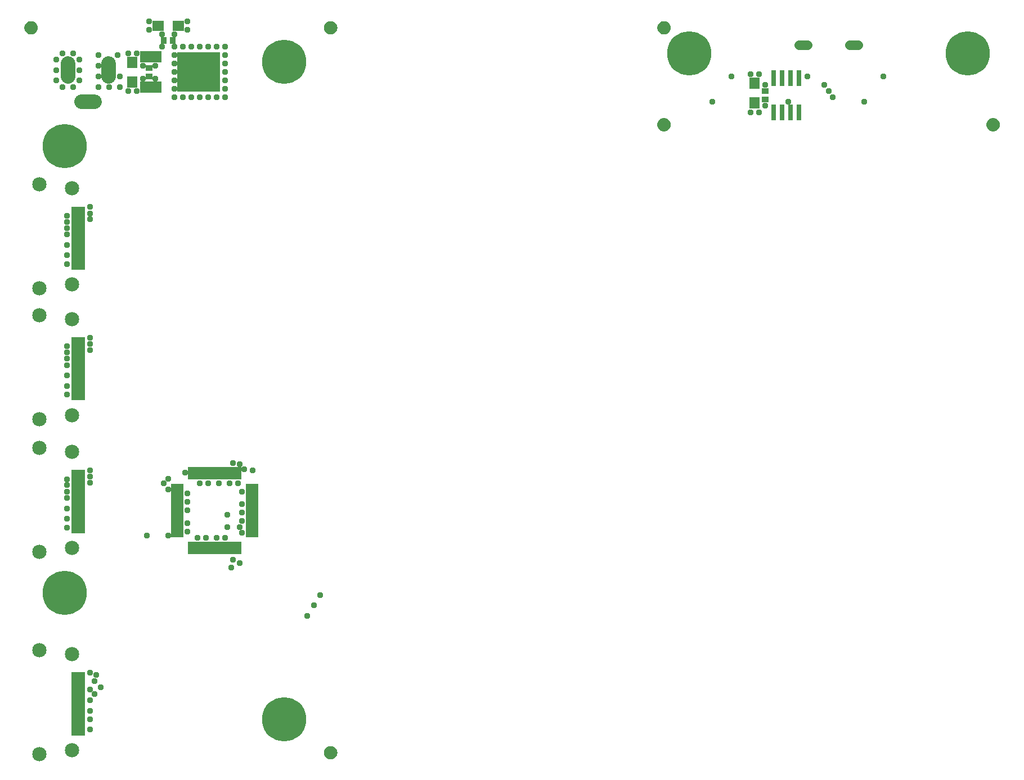
<source format=gbr>
G04 EAGLE Gerber RS-274X export*
G75*
%MOMM*%
%FSLAX34Y34*%
%LPD*%
%INSoldermask Top*%
%IPPOS*%
%AMOC8*
5,1,8,0,0,1.08239X$1,22.5*%
G01*
%ADD10R,0.903200X1.103200*%
%ADD11R,1.103200X0.903200*%
%ADD12R,1.603200X1.803200*%
%ADD13R,1.803200X1.603200*%
%ADD14C,2.203200*%
%ADD15C,1.203200*%
%ADD16C,0.500000*%
%ADD17R,2.103200X0.503200*%
%ADD18C,2.153200*%
%ADD19R,0.803200X2.403200*%
%ADD20R,6.403200X6.003200*%
%ADD21R,3.203200X1.803200*%
%ADD22C,1.422400*%
%ADD23C,6.654800*%
%ADD24R,1.855100X0.483200*%
%ADD25R,0.483200X1.855100*%
%ADD26C,0.959600*%


D10*
X238275Y1098550D03*
X225275Y1098550D03*
D11*
X203200Y1044425D03*
X203200Y1057425D03*
D12*
X1114425Y1004175D03*
X1114425Y1034175D03*
D11*
X1130300Y1009500D03*
X1130300Y1022500D03*
D13*
X246775Y1120775D03*
X216775Y1120775D03*
D12*
X177800Y1035925D03*
X177800Y1065925D03*
D14*
X142125Y1064100D02*
X142125Y1044100D01*
X81125Y1044100D02*
X81125Y1064100D01*
X101125Y1006100D02*
X121125Y1006100D01*
D15*
X977900Y1117600D03*
D16*
X977900Y1125100D02*
X977719Y1125098D01*
X977538Y1125091D01*
X977357Y1125080D01*
X977176Y1125065D01*
X976996Y1125045D01*
X976816Y1125021D01*
X976637Y1124993D01*
X976459Y1124960D01*
X976282Y1124923D01*
X976105Y1124882D01*
X975930Y1124837D01*
X975755Y1124787D01*
X975582Y1124733D01*
X975411Y1124675D01*
X975240Y1124613D01*
X975072Y1124546D01*
X974905Y1124476D01*
X974739Y1124402D01*
X974576Y1124323D01*
X974415Y1124241D01*
X974255Y1124155D01*
X974098Y1124065D01*
X973943Y1123971D01*
X973790Y1123874D01*
X973640Y1123772D01*
X973492Y1123668D01*
X973346Y1123559D01*
X973204Y1123448D01*
X973064Y1123332D01*
X972927Y1123214D01*
X972792Y1123092D01*
X972661Y1122967D01*
X972533Y1122839D01*
X972408Y1122708D01*
X972286Y1122573D01*
X972168Y1122436D01*
X972052Y1122296D01*
X971941Y1122154D01*
X971832Y1122008D01*
X971728Y1121860D01*
X971626Y1121710D01*
X971529Y1121557D01*
X971435Y1121402D01*
X971345Y1121245D01*
X971259Y1121085D01*
X971177Y1120924D01*
X971098Y1120761D01*
X971024Y1120595D01*
X970954Y1120428D01*
X970887Y1120260D01*
X970825Y1120089D01*
X970767Y1119918D01*
X970713Y1119745D01*
X970663Y1119570D01*
X970618Y1119395D01*
X970577Y1119218D01*
X970540Y1119041D01*
X970507Y1118863D01*
X970479Y1118684D01*
X970455Y1118504D01*
X970435Y1118324D01*
X970420Y1118143D01*
X970409Y1117962D01*
X970402Y1117781D01*
X970400Y1117600D01*
X977900Y1125100D02*
X978081Y1125098D01*
X978262Y1125091D01*
X978443Y1125080D01*
X978624Y1125065D01*
X978804Y1125045D01*
X978984Y1125021D01*
X979163Y1124993D01*
X979341Y1124960D01*
X979518Y1124923D01*
X979695Y1124882D01*
X979870Y1124837D01*
X980045Y1124787D01*
X980218Y1124733D01*
X980389Y1124675D01*
X980560Y1124613D01*
X980728Y1124546D01*
X980895Y1124476D01*
X981061Y1124402D01*
X981224Y1124323D01*
X981385Y1124241D01*
X981545Y1124155D01*
X981702Y1124065D01*
X981857Y1123971D01*
X982010Y1123874D01*
X982160Y1123772D01*
X982308Y1123668D01*
X982454Y1123559D01*
X982596Y1123448D01*
X982736Y1123332D01*
X982873Y1123214D01*
X983008Y1123092D01*
X983139Y1122967D01*
X983267Y1122839D01*
X983392Y1122708D01*
X983514Y1122573D01*
X983632Y1122436D01*
X983748Y1122296D01*
X983859Y1122154D01*
X983968Y1122008D01*
X984072Y1121860D01*
X984174Y1121710D01*
X984271Y1121557D01*
X984365Y1121402D01*
X984455Y1121245D01*
X984541Y1121085D01*
X984623Y1120924D01*
X984702Y1120761D01*
X984776Y1120595D01*
X984846Y1120428D01*
X984913Y1120260D01*
X984975Y1120089D01*
X985033Y1119918D01*
X985087Y1119745D01*
X985137Y1119570D01*
X985182Y1119395D01*
X985223Y1119218D01*
X985260Y1119041D01*
X985293Y1118863D01*
X985321Y1118684D01*
X985345Y1118504D01*
X985365Y1118324D01*
X985380Y1118143D01*
X985391Y1117962D01*
X985398Y1117781D01*
X985400Y1117600D01*
X985398Y1117419D01*
X985391Y1117238D01*
X985380Y1117057D01*
X985365Y1116876D01*
X985345Y1116696D01*
X985321Y1116516D01*
X985293Y1116337D01*
X985260Y1116159D01*
X985223Y1115982D01*
X985182Y1115805D01*
X985137Y1115630D01*
X985087Y1115455D01*
X985033Y1115282D01*
X984975Y1115111D01*
X984913Y1114940D01*
X984846Y1114772D01*
X984776Y1114605D01*
X984702Y1114439D01*
X984623Y1114276D01*
X984541Y1114115D01*
X984455Y1113955D01*
X984365Y1113798D01*
X984271Y1113643D01*
X984174Y1113490D01*
X984072Y1113340D01*
X983968Y1113192D01*
X983859Y1113046D01*
X983748Y1112904D01*
X983632Y1112764D01*
X983514Y1112627D01*
X983392Y1112492D01*
X983267Y1112361D01*
X983139Y1112233D01*
X983008Y1112108D01*
X982873Y1111986D01*
X982736Y1111868D01*
X982596Y1111752D01*
X982454Y1111641D01*
X982308Y1111532D01*
X982160Y1111428D01*
X982010Y1111326D01*
X981857Y1111229D01*
X981702Y1111135D01*
X981545Y1111045D01*
X981385Y1110959D01*
X981224Y1110877D01*
X981061Y1110798D01*
X980895Y1110724D01*
X980728Y1110654D01*
X980560Y1110587D01*
X980389Y1110525D01*
X980218Y1110467D01*
X980045Y1110413D01*
X979870Y1110363D01*
X979695Y1110318D01*
X979518Y1110277D01*
X979341Y1110240D01*
X979163Y1110207D01*
X978984Y1110179D01*
X978804Y1110155D01*
X978624Y1110135D01*
X978443Y1110120D01*
X978262Y1110109D01*
X978081Y1110102D01*
X977900Y1110100D01*
X977719Y1110102D01*
X977538Y1110109D01*
X977357Y1110120D01*
X977176Y1110135D01*
X976996Y1110155D01*
X976816Y1110179D01*
X976637Y1110207D01*
X976459Y1110240D01*
X976282Y1110277D01*
X976105Y1110318D01*
X975930Y1110363D01*
X975755Y1110413D01*
X975582Y1110467D01*
X975411Y1110525D01*
X975240Y1110587D01*
X975072Y1110654D01*
X974905Y1110724D01*
X974739Y1110798D01*
X974576Y1110877D01*
X974415Y1110959D01*
X974255Y1111045D01*
X974098Y1111135D01*
X973943Y1111229D01*
X973790Y1111326D01*
X973640Y1111428D01*
X973492Y1111532D01*
X973346Y1111641D01*
X973204Y1111752D01*
X973064Y1111868D01*
X972927Y1111986D01*
X972792Y1112108D01*
X972661Y1112233D01*
X972533Y1112361D01*
X972408Y1112492D01*
X972286Y1112627D01*
X972168Y1112764D01*
X972052Y1112904D01*
X971941Y1113046D01*
X971832Y1113192D01*
X971728Y1113340D01*
X971626Y1113490D01*
X971529Y1113643D01*
X971435Y1113798D01*
X971345Y1113955D01*
X971259Y1114115D01*
X971177Y1114276D01*
X971098Y1114439D01*
X971024Y1114605D01*
X970954Y1114772D01*
X970887Y1114940D01*
X970825Y1115111D01*
X970767Y1115282D01*
X970713Y1115455D01*
X970663Y1115630D01*
X970618Y1115805D01*
X970577Y1115982D01*
X970540Y1116159D01*
X970507Y1116337D01*
X970479Y1116516D01*
X970455Y1116696D01*
X970435Y1116876D01*
X970420Y1117057D01*
X970409Y1117238D01*
X970402Y1117419D01*
X970400Y1117600D01*
D15*
X1473200Y971550D03*
D16*
X1473200Y979050D02*
X1473019Y979048D01*
X1472838Y979041D01*
X1472657Y979030D01*
X1472476Y979015D01*
X1472296Y978995D01*
X1472116Y978971D01*
X1471937Y978943D01*
X1471759Y978910D01*
X1471582Y978873D01*
X1471405Y978832D01*
X1471230Y978787D01*
X1471055Y978737D01*
X1470882Y978683D01*
X1470711Y978625D01*
X1470540Y978563D01*
X1470372Y978496D01*
X1470205Y978426D01*
X1470039Y978352D01*
X1469876Y978273D01*
X1469715Y978191D01*
X1469555Y978105D01*
X1469398Y978015D01*
X1469243Y977921D01*
X1469090Y977824D01*
X1468940Y977722D01*
X1468792Y977618D01*
X1468646Y977509D01*
X1468504Y977398D01*
X1468364Y977282D01*
X1468227Y977164D01*
X1468092Y977042D01*
X1467961Y976917D01*
X1467833Y976789D01*
X1467708Y976658D01*
X1467586Y976523D01*
X1467468Y976386D01*
X1467352Y976246D01*
X1467241Y976104D01*
X1467132Y975958D01*
X1467028Y975810D01*
X1466926Y975660D01*
X1466829Y975507D01*
X1466735Y975352D01*
X1466645Y975195D01*
X1466559Y975035D01*
X1466477Y974874D01*
X1466398Y974711D01*
X1466324Y974545D01*
X1466254Y974378D01*
X1466187Y974210D01*
X1466125Y974039D01*
X1466067Y973868D01*
X1466013Y973695D01*
X1465963Y973520D01*
X1465918Y973345D01*
X1465877Y973168D01*
X1465840Y972991D01*
X1465807Y972813D01*
X1465779Y972634D01*
X1465755Y972454D01*
X1465735Y972274D01*
X1465720Y972093D01*
X1465709Y971912D01*
X1465702Y971731D01*
X1465700Y971550D01*
X1473200Y979050D02*
X1473381Y979048D01*
X1473562Y979041D01*
X1473743Y979030D01*
X1473924Y979015D01*
X1474104Y978995D01*
X1474284Y978971D01*
X1474463Y978943D01*
X1474641Y978910D01*
X1474818Y978873D01*
X1474995Y978832D01*
X1475170Y978787D01*
X1475345Y978737D01*
X1475518Y978683D01*
X1475689Y978625D01*
X1475860Y978563D01*
X1476028Y978496D01*
X1476195Y978426D01*
X1476361Y978352D01*
X1476524Y978273D01*
X1476685Y978191D01*
X1476845Y978105D01*
X1477002Y978015D01*
X1477157Y977921D01*
X1477310Y977824D01*
X1477460Y977722D01*
X1477608Y977618D01*
X1477754Y977509D01*
X1477896Y977398D01*
X1478036Y977282D01*
X1478173Y977164D01*
X1478308Y977042D01*
X1478439Y976917D01*
X1478567Y976789D01*
X1478692Y976658D01*
X1478814Y976523D01*
X1478932Y976386D01*
X1479048Y976246D01*
X1479159Y976104D01*
X1479268Y975958D01*
X1479372Y975810D01*
X1479474Y975660D01*
X1479571Y975507D01*
X1479665Y975352D01*
X1479755Y975195D01*
X1479841Y975035D01*
X1479923Y974874D01*
X1480002Y974711D01*
X1480076Y974545D01*
X1480146Y974378D01*
X1480213Y974210D01*
X1480275Y974039D01*
X1480333Y973868D01*
X1480387Y973695D01*
X1480437Y973520D01*
X1480482Y973345D01*
X1480523Y973168D01*
X1480560Y972991D01*
X1480593Y972813D01*
X1480621Y972634D01*
X1480645Y972454D01*
X1480665Y972274D01*
X1480680Y972093D01*
X1480691Y971912D01*
X1480698Y971731D01*
X1480700Y971550D01*
X1480698Y971369D01*
X1480691Y971188D01*
X1480680Y971007D01*
X1480665Y970826D01*
X1480645Y970646D01*
X1480621Y970466D01*
X1480593Y970287D01*
X1480560Y970109D01*
X1480523Y969932D01*
X1480482Y969755D01*
X1480437Y969580D01*
X1480387Y969405D01*
X1480333Y969232D01*
X1480275Y969061D01*
X1480213Y968890D01*
X1480146Y968722D01*
X1480076Y968555D01*
X1480002Y968389D01*
X1479923Y968226D01*
X1479841Y968065D01*
X1479755Y967905D01*
X1479665Y967748D01*
X1479571Y967593D01*
X1479474Y967440D01*
X1479372Y967290D01*
X1479268Y967142D01*
X1479159Y966996D01*
X1479048Y966854D01*
X1478932Y966714D01*
X1478814Y966577D01*
X1478692Y966442D01*
X1478567Y966311D01*
X1478439Y966183D01*
X1478308Y966058D01*
X1478173Y965936D01*
X1478036Y965818D01*
X1477896Y965702D01*
X1477754Y965591D01*
X1477608Y965482D01*
X1477460Y965378D01*
X1477310Y965276D01*
X1477157Y965179D01*
X1477002Y965085D01*
X1476845Y964995D01*
X1476685Y964909D01*
X1476524Y964827D01*
X1476361Y964748D01*
X1476195Y964674D01*
X1476028Y964604D01*
X1475860Y964537D01*
X1475689Y964475D01*
X1475518Y964417D01*
X1475345Y964363D01*
X1475170Y964313D01*
X1474995Y964268D01*
X1474818Y964227D01*
X1474641Y964190D01*
X1474463Y964157D01*
X1474284Y964129D01*
X1474104Y964105D01*
X1473924Y964085D01*
X1473743Y964070D01*
X1473562Y964059D01*
X1473381Y964052D01*
X1473200Y964050D01*
X1473019Y964052D01*
X1472838Y964059D01*
X1472657Y964070D01*
X1472476Y964085D01*
X1472296Y964105D01*
X1472116Y964129D01*
X1471937Y964157D01*
X1471759Y964190D01*
X1471582Y964227D01*
X1471405Y964268D01*
X1471230Y964313D01*
X1471055Y964363D01*
X1470882Y964417D01*
X1470711Y964475D01*
X1470540Y964537D01*
X1470372Y964604D01*
X1470205Y964674D01*
X1470039Y964748D01*
X1469876Y964827D01*
X1469715Y964909D01*
X1469555Y964995D01*
X1469398Y965085D01*
X1469243Y965179D01*
X1469090Y965276D01*
X1468940Y965378D01*
X1468792Y965482D01*
X1468646Y965591D01*
X1468504Y965702D01*
X1468364Y965818D01*
X1468227Y965936D01*
X1468092Y966058D01*
X1467961Y966183D01*
X1467833Y966311D01*
X1467708Y966442D01*
X1467586Y966577D01*
X1467468Y966714D01*
X1467352Y966854D01*
X1467241Y966996D01*
X1467132Y967142D01*
X1467028Y967290D01*
X1466926Y967440D01*
X1466829Y967593D01*
X1466735Y967748D01*
X1466645Y967905D01*
X1466559Y968065D01*
X1466477Y968226D01*
X1466398Y968389D01*
X1466324Y968555D01*
X1466254Y968722D01*
X1466187Y968890D01*
X1466125Y969061D01*
X1466067Y969232D01*
X1466013Y969405D01*
X1465963Y969580D01*
X1465918Y969755D01*
X1465877Y969932D01*
X1465840Y970109D01*
X1465807Y970287D01*
X1465779Y970466D01*
X1465755Y970646D01*
X1465735Y970826D01*
X1465720Y971007D01*
X1465709Y971188D01*
X1465702Y971369D01*
X1465700Y971550D01*
D15*
X977900Y971550D03*
D16*
X977900Y979050D02*
X977719Y979048D01*
X977538Y979041D01*
X977357Y979030D01*
X977176Y979015D01*
X976996Y978995D01*
X976816Y978971D01*
X976637Y978943D01*
X976459Y978910D01*
X976282Y978873D01*
X976105Y978832D01*
X975930Y978787D01*
X975755Y978737D01*
X975582Y978683D01*
X975411Y978625D01*
X975240Y978563D01*
X975072Y978496D01*
X974905Y978426D01*
X974739Y978352D01*
X974576Y978273D01*
X974415Y978191D01*
X974255Y978105D01*
X974098Y978015D01*
X973943Y977921D01*
X973790Y977824D01*
X973640Y977722D01*
X973492Y977618D01*
X973346Y977509D01*
X973204Y977398D01*
X973064Y977282D01*
X972927Y977164D01*
X972792Y977042D01*
X972661Y976917D01*
X972533Y976789D01*
X972408Y976658D01*
X972286Y976523D01*
X972168Y976386D01*
X972052Y976246D01*
X971941Y976104D01*
X971832Y975958D01*
X971728Y975810D01*
X971626Y975660D01*
X971529Y975507D01*
X971435Y975352D01*
X971345Y975195D01*
X971259Y975035D01*
X971177Y974874D01*
X971098Y974711D01*
X971024Y974545D01*
X970954Y974378D01*
X970887Y974210D01*
X970825Y974039D01*
X970767Y973868D01*
X970713Y973695D01*
X970663Y973520D01*
X970618Y973345D01*
X970577Y973168D01*
X970540Y972991D01*
X970507Y972813D01*
X970479Y972634D01*
X970455Y972454D01*
X970435Y972274D01*
X970420Y972093D01*
X970409Y971912D01*
X970402Y971731D01*
X970400Y971550D01*
X977900Y979050D02*
X978081Y979048D01*
X978262Y979041D01*
X978443Y979030D01*
X978624Y979015D01*
X978804Y978995D01*
X978984Y978971D01*
X979163Y978943D01*
X979341Y978910D01*
X979518Y978873D01*
X979695Y978832D01*
X979870Y978787D01*
X980045Y978737D01*
X980218Y978683D01*
X980389Y978625D01*
X980560Y978563D01*
X980728Y978496D01*
X980895Y978426D01*
X981061Y978352D01*
X981224Y978273D01*
X981385Y978191D01*
X981545Y978105D01*
X981702Y978015D01*
X981857Y977921D01*
X982010Y977824D01*
X982160Y977722D01*
X982308Y977618D01*
X982454Y977509D01*
X982596Y977398D01*
X982736Y977282D01*
X982873Y977164D01*
X983008Y977042D01*
X983139Y976917D01*
X983267Y976789D01*
X983392Y976658D01*
X983514Y976523D01*
X983632Y976386D01*
X983748Y976246D01*
X983859Y976104D01*
X983968Y975958D01*
X984072Y975810D01*
X984174Y975660D01*
X984271Y975507D01*
X984365Y975352D01*
X984455Y975195D01*
X984541Y975035D01*
X984623Y974874D01*
X984702Y974711D01*
X984776Y974545D01*
X984846Y974378D01*
X984913Y974210D01*
X984975Y974039D01*
X985033Y973868D01*
X985087Y973695D01*
X985137Y973520D01*
X985182Y973345D01*
X985223Y973168D01*
X985260Y972991D01*
X985293Y972813D01*
X985321Y972634D01*
X985345Y972454D01*
X985365Y972274D01*
X985380Y972093D01*
X985391Y971912D01*
X985398Y971731D01*
X985400Y971550D01*
X985398Y971369D01*
X985391Y971188D01*
X985380Y971007D01*
X985365Y970826D01*
X985345Y970646D01*
X985321Y970466D01*
X985293Y970287D01*
X985260Y970109D01*
X985223Y969932D01*
X985182Y969755D01*
X985137Y969580D01*
X985087Y969405D01*
X985033Y969232D01*
X984975Y969061D01*
X984913Y968890D01*
X984846Y968722D01*
X984776Y968555D01*
X984702Y968389D01*
X984623Y968226D01*
X984541Y968065D01*
X984455Y967905D01*
X984365Y967748D01*
X984271Y967593D01*
X984174Y967440D01*
X984072Y967290D01*
X983968Y967142D01*
X983859Y966996D01*
X983748Y966854D01*
X983632Y966714D01*
X983514Y966577D01*
X983392Y966442D01*
X983267Y966311D01*
X983139Y966183D01*
X983008Y966058D01*
X982873Y965936D01*
X982736Y965818D01*
X982596Y965702D01*
X982454Y965591D01*
X982308Y965482D01*
X982160Y965378D01*
X982010Y965276D01*
X981857Y965179D01*
X981702Y965085D01*
X981545Y964995D01*
X981385Y964909D01*
X981224Y964827D01*
X981061Y964748D01*
X980895Y964674D01*
X980728Y964604D01*
X980560Y964537D01*
X980389Y964475D01*
X980218Y964417D01*
X980045Y964363D01*
X979870Y964313D01*
X979695Y964268D01*
X979518Y964227D01*
X979341Y964190D01*
X979163Y964157D01*
X978984Y964129D01*
X978804Y964105D01*
X978624Y964085D01*
X978443Y964070D01*
X978262Y964059D01*
X978081Y964052D01*
X977900Y964050D01*
X977719Y964052D01*
X977538Y964059D01*
X977357Y964070D01*
X977176Y964085D01*
X976996Y964105D01*
X976816Y964129D01*
X976637Y964157D01*
X976459Y964190D01*
X976282Y964227D01*
X976105Y964268D01*
X975930Y964313D01*
X975755Y964363D01*
X975582Y964417D01*
X975411Y964475D01*
X975240Y964537D01*
X975072Y964604D01*
X974905Y964674D01*
X974739Y964748D01*
X974576Y964827D01*
X974415Y964909D01*
X974255Y964995D01*
X974098Y965085D01*
X973943Y965179D01*
X973790Y965276D01*
X973640Y965378D01*
X973492Y965482D01*
X973346Y965591D01*
X973204Y965702D01*
X973064Y965818D01*
X972927Y965936D01*
X972792Y966058D01*
X972661Y966183D01*
X972533Y966311D01*
X972408Y966442D01*
X972286Y966577D01*
X972168Y966714D01*
X972052Y966854D01*
X971941Y966996D01*
X971832Y967142D01*
X971728Y967290D01*
X971626Y967440D01*
X971529Y967593D01*
X971435Y967748D01*
X971345Y967905D01*
X971259Y968065D01*
X971177Y968226D01*
X971098Y968389D01*
X971024Y968555D01*
X970954Y968722D01*
X970887Y968890D01*
X970825Y969061D01*
X970767Y969232D01*
X970713Y969405D01*
X970663Y969580D01*
X970618Y969755D01*
X970577Y969932D01*
X970540Y970109D01*
X970507Y970287D01*
X970479Y970466D01*
X970455Y970646D01*
X970435Y970826D01*
X970420Y971007D01*
X970409Y971188D01*
X970402Y971369D01*
X970400Y971550D01*
D15*
X476250Y1117600D03*
D16*
X476250Y1125100D02*
X476069Y1125098D01*
X475888Y1125091D01*
X475707Y1125080D01*
X475526Y1125065D01*
X475346Y1125045D01*
X475166Y1125021D01*
X474987Y1124993D01*
X474809Y1124960D01*
X474632Y1124923D01*
X474455Y1124882D01*
X474280Y1124837D01*
X474105Y1124787D01*
X473932Y1124733D01*
X473761Y1124675D01*
X473590Y1124613D01*
X473422Y1124546D01*
X473255Y1124476D01*
X473089Y1124402D01*
X472926Y1124323D01*
X472765Y1124241D01*
X472605Y1124155D01*
X472448Y1124065D01*
X472293Y1123971D01*
X472140Y1123874D01*
X471990Y1123772D01*
X471842Y1123668D01*
X471696Y1123559D01*
X471554Y1123448D01*
X471414Y1123332D01*
X471277Y1123214D01*
X471142Y1123092D01*
X471011Y1122967D01*
X470883Y1122839D01*
X470758Y1122708D01*
X470636Y1122573D01*
X470518Y1122436D01*
X470402Y1122296D01*
X470291Y1122154D01*
X470182Y1122008D01*
X470078Y1121860D01*
X469976Y1121710D01*
X469879Y1121557D01*
X469785Y1121402D01*
X469695Y1121245D01*
X469609Y1121085D01*
X469527Y1120924D01*
X469448Y1120761D01*
X469374Y1120595D01*
X469304Y1120428D01*
X469237Y1120260D01*
X469175Y1120089D01*
X469117Y1119918D01*
X469063Y1119745D01*
X469013Y1119570D01*
X468968Y1119395D01*
X468927Y1119218D01*
X468890Y1119041D01*
X468857Y1118863D01*
X468829Y1118684D01*
X468805Y1118504D01*
X468785Y1118324D01*
X468770Y1118143D01*
X468759Y1117962D01*
X468752Y1117781D01*
X468750Y1117600D01*
X476250Y1125100D02*
X476431Y1125098D01*
X476612Y1125091D01*
X476793Y1125080D01*
X476974Y1125065D01*
X477154Y1125045D01*
X477334Y1125021D01*
X477513Y1124993D01*
X477691Y1124960D01*
X477868Y1124923D01*
X478045Y1124882D01*
X478220Y1124837D01*
X478395Y1124787D01*
X478568Y1124733D01*
X478739Y1124675D01*
X478910Y1124613D01*
X479078Y1124546D01*
X479245Y1124476D01*
X479411Y1124402D01*
X479574Y1124323D01*
X479735Y1124241D01*
X479895Y1124155D01*
X480052Y1124065D01*
X480207Y1123971D01*
X480360Y1123874D01*
X480510Y1123772D01*
X480658Y1123668D01*
X480804Y1123559D01*
X480946Y1123448D01*
X481086Y1123332D01*
X481223Y1123214D01*
X481358Y1123092D01*
X481489Y1122967D01*
X481617Y1122839D01*
X481742Y1122708D01*
X481864Y1122573D01*
X481982Y1122436D01*
X482098Y1122296D01*
X482209Y1122154D01*
X482318Y1122008D01*
X482422Y1121860D01*
X482524Y1121710D01*
X482621Y1121557D01*
X482715Y1121402D01*
X482805Y1121245D01*
X482891Y1121085D01*
X482973Y1120924D01*
X483052Y1120761D01*
X483126Y1120595D01*
X483196Y1120428D01*
X483263Y1120260D01*
X483325Y1120089D01*
X483383Y1119918D01*
X483437Y1119745D01*
X483487Y1119570D01*
X483532Y1119395D01*
X483573Y1119218D01*
X483610Y1119041D01*
X483643Y1118863D01*
X483671Y1118684D01*
X483695Y1118504D01*
X483715Y1118324D01*
X483730Y1118143D01*
X483741Y1117962D01*
X483748Y1117781D01*
X483750Y1117600D01*
X483748Y1117419D01*
X483741Y1117238D01*
X483730Y1117057D01*
X483715Y1116876D01*
X483695Y1116696D01*
X483671Y1116516D01*
X483643Y1116337D01*
X483610Y1116159D01*
X483573Y1115982D01*
X483532Y1115805D01*
X483487Y1115630D01*
X483437Y1115455D01*
X483383Y1115282D01*
X483325Y1115111D01*
X483263Y1114940D01*
X483196Y1114772D01*
X483126Y1114605D01*
X483052Y1114439D01*
X482973Y1114276D01*
X482891Y1114115D01*
X482805Y1113955D01*
X482715Y1113798D01*
X482621Y1113643D01*
X482524Y1113490D01*
X482422Y1113340D01*
X482318Y1113192D01*
X482209Y1113046D01*
X482098Y1112904D01*
X481982Y1112764D01*
X481864Y1112627D01*
X481742Y1112492D01*
X481617Y1112361D01*
X481489Y1112233D01*
X481358Y1112108D01*
X481223Y1111986D01*
X481086Y1111868D01*
X480946Y1111752D01*
X480804Y1111641D01*
X480658Y1111532D01*
X480510Y1111428D01*
X480360Y1111326D01*
X480207Y1111229D01*
X480052Y1111135D01*
X479895Y1111045D01*
X479735Y1110959D01*
X479574Y1110877D01*
X479411Y1110798D01*
X479245Y1110724D01*
X479078Y1110654D01*
X478910Y1110587D01*
X478739Y1110525D01*
X478568Y1110467D01*
X478395Y1110413D01*
X478220Y1110363D01*
X478045Y1110318D01*
X477868Y1110277D01*
X477691Y1110240D01*
X477513Y1110207D01*
X477334Y1110179D01*
X477154Y1110155D01*
X476974Y1110135D01*
X476793Y1110120D01*
X476612Y1110109D01*
X476431Y1110102D01*
X476250Y1110100D01*
X476069Y1110102D01*
X475888Y1110109D01*
X475707Y1110120D01*
X475526Y1110135D01*
X475346Y1110155D01*
X475166Y1110179D01*
X474987Y1110207D01*
X474809Y1110240D01*
X474632Y1110277D01*
X474455Y1110318D01*
X474280Y1110363D01*
X474105Y1110413D01*
X473932Y1110467D01*
X473761Y1110525D01*
X473590Y1110587D01*
X473422Y1110654D01*
X473255Y1110724D01*
X473089Y1110798D01*
X472926Y1110877D01*
X472765Y1110959D01*
X472605Y1111045D01*
X472448Y1111135D01*
X472293Y1111229D01*
X472140Y1111326D01*
X471990Y1111428D01*
X471842Y1111532D01*
X471696Y1111641D01*
X471554Y1111752D01*
X471414Y1111868D01*
X471277Y1111986D01*
X471142Y1112108D01*
X471011Y1112233D01*
X470883Y1112361D01*
X470758Y1112492D01*
X470636Y1112627D01*
X470518Y1112764D01*
X470402Y1112904D01*
X470291Y1113046D01*
X470182Y1113192D01*
X470078Y1113340D01*
X469976Y1113490D01*
X469879Y1113643D01*
X469785Y1113798D01*
X469695Y1113955D01*
X469609Y1114115D01*
X469527Y1114276D01*
X469448Y1114439D01*
X469374Y1114605D01*
X469304Y1114772D01*
X469237Y1114940D01*
X469175Y1115111D01*
X469117Y1115282D01*
X469063Y1115455D01*
X469013Y1115630D01*
X468968Y1115805D01*
X468927Y1115982D01*
X468890Y1116159D01*
X468857Y1116337D01*
X468829Y1116516D01*
X468805Y1116696D01*
X468785Y1116876D01*
X468770Y1117057D01*
X468759Y1117238D01*
X468752Y1117419D01*
X468750Y1117600D01*
D15*
X476250Y25400D03*
D16*
X476250Y32900D02*
X476069Y32898D01*
X475888Y32891D01*
X475707Y32880D01*
X475526Y32865D01*
X475346Y32845D01*
X475166Y32821D01*
X474987Y32793D01*
X474809Y32760D01*
X474632Y32723D01*
X474455Y32682D01*
X474280Y32637D01*
X474105Y32587D01*
X473932Y32533D01*
X473761Y32475D01*
X473590Y32413D01*
X473422Y32346D01*
X473255Y32276D01*
X473089Y32202D01*
X472926Y32123D01*
X472765Y32041D01*
X472605Y31955D01*
X472448Y31865D01*
X472293Y31771D01*
X472140Y31674D01*
X471990Y31572D01*
X471842Y31468D01*
X471696Y31359D01*
X471554Y31248D01*
X471414Y31132D01*
X471277Y31014D01*
X471142Y30892D01*
X471011Y30767D01*
X470883Y30639D01*
X470758Y30508D01*
X470636Y30373D01*
X470518Y30236D01*
X470402Y30096D01*
X470291Y29954D01*
X470182Y29808D01*
X470078Y29660D01*
X469976Y29510D01*
X469879Y29357D01*
X469785Y29202D01*
X469695Y29045D01*
X469609Y28885D01*
X469527Y28724D01*
X469448Y28561D01*
X469374Y28395D01*
X469304Y28228D01*
X469237Y28060D01*
X469175Y27889D01*
X469117Y27718D01*
X469063Y27545D01*
X469013Y27370D01*
X468968Y27195D01*
X468927Y27018D01*
X468890Y26841D01*
X468857Y26663D01*
X468829Y26484D01*
X468805Y26304D01*
X468785Y26124D01*
X468770Y25943D01*
X468759Y25762D01*
X468752Y25581D01*
X468750Y25400D01*
X476250Y32900D02*
X476431Y32898D01*
X476612Y32891D01*
X476793Y32880D01*
X476974Y32865D01*
X477154Y32845D01*
X477334Y32821D01*
X477513Y32793D01*
X477691Y32760D01*
X477868Y32723D01*
X478045Y32682D01*
X478220Y32637D01*
X478395Y32587D01*
X478568Y32533D01*
X478739Y32475D01*
X478910Y32413D01*
X479078Y32346D01*
X479245Y32276D01*
X479411Y32202D01*
X479574Y32123D01*
X479735Y32041D01*
X479895Y31955D01*
X480052Y31865D01*
X480207Y31771D01*
X480360Y31674D01*
X480510Y31572D01*
X480658Y31468D01*
X480804Y31359D01*
X480946Y31248D01*
X481086Y31132D01*
X481223Y31014D01*
X481358Y30892D01*
X481489Y30767D01*
X481617Y30639D01*
X481742Y30508D01*
X481864Y30373D01*
X481982Y30236D01*
X482098Y30096D01*
X482209Y29954D01*
X482318Y29808D01*
X482422Y29660D01*
X482524Y29510D01*
X482621Y29357D01*
X482715Y29202D01*
X482805Y29045D01*
X482891Y28885D01*
X482973Y28724D01*
X483052Y28561D01*
X483126Y28395D01*
X483196Y28228D01*
X483263Y28060D01*
X483325Y27889D01*
X483383Y27718D01*
X483437Y27545D01*
X483487Y27370D01*
X483532Y27195D01*
X483573Y27018D01*
X483610Y26841D01*
X483643Y26663D01*
X483671Y26484D01*
X483695Y26304D01*
X483715Y26124D01*
X483730Y25943D01*
X483741Y25762D01*
X483748Y25581D01*
X483750Y25400D01*
X483748Y25219D01*
X483741Y25038D01*
X483730Y24857D01*
X483715Y24676D01*
X483695Y24496D01*
X483671Y24316D01*
X483643Y24137D01*
X483610Y23959D01*
X483573Y23782D01*
X483532Y23605D01*
X483487Y23430D01*
X483437Y23255D01*
X483383Y23082D01*
X483325Y22911D01*
X483263Y22740D01*
X483196Y22572D01*
X483126Y22405D01*
X483052Y22239D01*
X482973Y22076D01*
X482891Y21915D01*
X482805Y21755D01*
X482715Y21598D01*
X482621Y21443D01*
X482524Y21290D01*
X482422Y21140D01*
X482318Y20992D01*
X482209Y20846D01*
X482098Y20704D01*
X481982Y20564D01*
X481864Y20427D01*
X481742Y20292D01*
X481617Y20161D01*
X481489Y20033D01*
X481358Y19908D01*
X481223Y19786D01*
X481086Y19668D01*
X480946Y19552D01*
X480804Y19441D01*
X480658Y19332D01*
X480510Y19228D01*
X480360Y19126D01*
X480207Y19029D01*
X480052Y18935D01*
X479895Y18845D01*
X479735Y18759D01*
X479574Y18677D01*
X479411Y18598D01*
X479245Y18524D01*
X479078Y18454D01*
X478910Y18387D01*
X478739Y18325D01*
X478568Y18267D01*
X478395Y18213D01*
X478220Y18163D01*
X478045Y18118D01*
X477868Y18077D01*
X477691Y18040D01*
X477513Y18007D01*
X477334Y17979D01*
X477154Y17955D01*
X476974Y17935D01*
X476793Y17920D01*
X476612Y17909D01*
X476431Y17902D01*
X476250Y17900D01*
X476069Y17902D01*
X475888Y17909D01*
X475707Y17920D01*
X475526Y17935D01*
X475346Y17955D01*
X475166Y17979D01*
X474987Y18007D01*
X474809Y18040D01*
X474632Y18077D01*
X474455Y18118D01*
X474280Y18163D01*
X474105Y18213D01*
X473932Y18267D01*
X473761Y18325D01*
X473590Y18387D01*
X473422Y18454D01*
X473255Y18524D01*
X473089Y18598D01*
X472926Y18677D01*
X472765Y18759D01*
X472605Y18845D01*
X472448Y18935D01*
X472293Y19029D01*
X472140Y19126D01*
X471990Y19228D01*
X471842Y19332D01*
X471696Y19441D01*
X471554Y19552D01*
X471414Y19668D01*
X471277Y19786D01*
X471142Y19908D01*
X471011Y20033D01*
X470883Y20161D01*
X470758Y20292D01*
X470636Y20427D01*
X470518Y20564D01*
X470402Y20704D01*
X470291Y20846D01*
X470182Y20992D01*
X470078Y21140D01*
X469976Y21290D01*
X469879Y21443D01*
X469785Y21598D01*
X469695Y21755D01*
X469609Y21915D01*
X469527Y22076D01*
X469448Y22239D01*
X469374Y22405D01*
X469304Y22572D01*
X469237Y22740D01*
X469175Y22911D01*
X469117Y23082D01*
X469063Y23255D01*
X469013Y23430D01*
X468968Y23605D01*
X468927Y23782D01*
X468890Y23959D01*
X468857Y24137D01*
X468829Y24316D01*
X468805Y24496D01*
X468785Y24676D01*
X468770Y24857D01*
X468759Y25038D01*
X468752Y25219D01*
X468750Y25400D01*
D15*
X25400Y1117600D03*
D16*
X25400Y1125100D02*
X25219Y1125098D01*
X25038Y1125091D01*
X24857Y1125080D01*
X24676Y1125065D01*
X24496Y1125045D01*
X24316Y1125021D01*
X24137Y1124993D01*
X23959Y1124960D01*
X23782Y1124923D01*
X23605Y1124882D01*
X23430Y1124837D01*
X23255Y1124787D01*
X23082Y1124733D01*
X22911Y1124675D01*
X22740Y1124613D01*
X22572Y1124546D01*
X22405Y1124476D01*
X22239Y1124402D01*
X22076Y1124323D01*
X21915Y1124241D01*
X21755Y1124155D01*
X21598Y1124065D01*
X21443Y1123971D01*
X21290Y1123874D01*
X21140Y1123772D01*
X20992Y1123668D01*
X20846Y1123559D01*
X20704Y1123448D01*
X20564Y1123332D01*
X20427Y1123214D01*
X20292Y1123092D01*
X20161Y1122967D01*
X20033Y1122839D01*
X19908Y1122708D01*
X19786Y1122573D01*
X19668Y1122436D01*
X19552Y1122296D01*
X19441Y1122154D01*
X19332Y1122008D01*
X19228Y1121860D01*
X19126Y1121710D01*
X19029Y1121557D01*
X18935Y1121402D01*
X18845Y1121245D01*
X18759Y1121085D01*
X18677Y1120924D01*
X18598Y1120761D01*
X18524Y1120595D01*
X18454Y1120428D01*
X18387Y1120260D01*
X18325Y1120089D01*
X18267Y1119918D01*
X18213Y1119745D01*
X18163Y1119570D01*
X18118Y1119395D01*
X18077Y1119218D01*
X18040Y1119041D01*
X18007Y1118863D01*
X17979Y1118684D01*
X17955Y1118504D01*
X17935Y1118324D01*
X17920Y1118143D01*
X17909Y1117962D01*
X17902Y1117781D01*
X17900Y1117600D01*
X25400Y1125100D02*
X25581Y1125098D01*
X25762Y1125091D01*
X25943Y1125080D01*
X26124Y1125065D01*
X26304Y1125045D01*
X26484Y1125021D01*
X26663Y1124993D01*
X26841Y1124960D01*
X27018Y1124923D01*
X27195Y1124882D01*
X27370Y1124837D01*
X27545Y1124787D01*
X27718Y1124733D01*
X27889Y1124675D01*
X28060Y1124613D01*
X28228Y1124546D01*
X28395Y1124476D01*
X28561Y1124402D01*
X28724Y1124323D01*
X28885Y1124241D01*
X29045Y1124155D01*
X29202Y1124065D01*
X29357Y1123971D01*
X29510Y1123874D01*
X29660Y1123772D01*
X29808Y1123668D01*
X29954Y1123559D01*
X30096Y1123448D01*
X30236Y1123332D01*
X30373Y1123214D01*
X30508Y1123092D01*
X30639Y1122967D01*
X30767Y1122839D01*
X30892Y1122708D01*
X31014Y1122573D01*
X31132Y1122436D01*
X31248Y1122296D01*
X31359Y1122154D01*
X31468Y1122008D01*
X31572Y1121860D01*
X31674Y1121710D01*
X31771Y1121557D01*
X31865Y1121402D01*
X31955Y1121245D01*
X32041Y1121085D01*
X32123Y1120924D01*
X32202Y1120761D01*
X32276Y1120595D01*
X32346Y1120428D01*
X32413Y1120260D01*
X32475Y1120089D01*
X32533Y1119918D01*
X32587Y1119745D01*
X32637Y1119570D01*
X32682Y1119395D01*
X32723Y1119218D01*
X32760Y1119041D01*
X32793Y1118863D01*
X32821Y1118684D01*
X32845Y1118504D01*
X32865Y1118324D01*
X32880Y1118143D01*
X32891Y1117962D01*
X32898Y1117781D01*
X32900Y1117600D01*
X32898Y1117419D01*
X32891Y1117238D01*
X32880Y1117057D01*
X32865Y1116876D01*
X32845Y1116696D01*
X32821Y1116516D01*
X32793Y1116337D01*
X32760Y1116159D01*
X32723Y1115982D01*
X32682Y1115805D01*
X32637Y1115630D01*
X32587Y1115455D01*
X32533Y1115282D01*
X32475Y1115111D01*
X32413Y1114940D01*
X32346Y1114772D01*
X32276Y1114605D01*
X32202Y1114439D01*
X32123Y1114276D01*
X32041Y1114115D01*
X31955Y1113955D01*
X31865Y1113798D01*
X31771Y1113643D01*
X31674Y1113490D01*
X31572Y1113340D01*
X31468Y1113192D01*
X31359Y1113046D01*
X31248Y1112904D01*
X31132Y1112764D01*
X31014Y1112627D01*
X30892Y1112492D01*
X30767Y1112361D01*
X30639Y1112233D01*
X30508Y1112108D01*
X30373Y1111986D01*
X30236Y1111868D01*
X30096Y1111752D01*
X29954Y1111641D01*
X29808Y1111532D01*
X29660Y1111428D01*
X29510Y1111326D01*
X29357Y1111229D01*
X29202Y1111135D01*
X29045Y1111045D01*
X28885Y1110959D01*
X28724Y1110877D01*
X28561Y1110798D01*
X28395Y1110724D01*
X28228Y1110654D01*
X28060Y1110587D01*
X27889Y1110525D01*
X27718Y1110467D01*
X27545Y1110413D01*
X27370Y1110363D01*
X27195Y1110318D01*
X27018Y1110277D01*
X26841Y1110240D01*
X26663Y1110207D01*
X26484Y1110179D01*
X26304Y1110155D01*
X26124Y1110135D01*
X25943Y1110120D01*
X25762Y1110109D01*
X25581Y1110102D01*
X25400Y1110100D01*
X25219Y1110102D01*
X25038Y1110109D01*
X24857Y1110120D01*
X24676Y1110135D01*
X24496Y1110155D01*
X24316Y1110179D01*
X24137Y1110207D01*
X23959Y1110240D01*
X23782Y1110277D01*
X23605Y1110318D01*
X23430Y1110363D01*
X23255Y1110413D01*
X23082Y1110467D01*
X22911Y1110525D01*
X22740Y1110587D01*
X22572Y1110654D01*
X22405Y1110724D01*
X22239Y1110798D01*
X22076Y1110877D01*
X21915Y1110959D01*
X21755Y1111045D01*
X21598Y1111135D01*
X21443Y1111229D01*
X21290Y1111326D01*
X21140Y1111428D01*
X20992Y1111532D01*
X20846Y1111641D01*
X20704Y1111752D01*
X20564Y1111868D01*
X20427Y1111986D01*
X20292Y1112108D01*
X20161Y1112233D01*
X20033Y1112361D01*
X19908Y1112492D01*
X19786Y1112627D01*
X19668Y1112764D01*
X19552Y1112904D01*
X19441Y1113046D01*
X19332Y1113192D01*
X19228Y1113340D01*
X19126Y1113490D01*
X19029Y1113643D01*
X18935Y1113798D01*
X18845Y1113955D01*
X18759Y1114115D01*
X18677Y1114276D01*
X18598Y1114439D01*
X18524Y1114605D01*
X18454Y1114772D01*
X18387Y1114940D01*
X18325Y1115111D01*
X18267Y1115282D01*
X18213Y1115455D01*
X18163Y1115630D01*
X18118Y1115805D01*
X18077Y1115982D01*
X18040Y1116159D01*
X18007Y1116337D01*
X17979Y1116516D01*
X17955Y1116696D01*
X17935Y1116876D01*
X17920Y1117057D01*
X17909Y1117238D01*
X17902Y1117419D01*
X17900Y1117600D01*
D17*
X96650Y800775D03*
X96650Y795775D03*
X96650Y790775D03*
X96650Y785775D03*
X96650Y780775D03*
X96650Y775775D03*
X96650Y770775D03*
X96650Y765775D03*
X96650Y760775D03*
X96650Y755775D03*
X96650Y805775D03*
X96650Y810775D03*
X96650Y815775D03*
X96650Y820775D03*
X96650Y825775D03*
X96650Y830775D03*
X96650Y835775D03*
X96650Y840775D03*
X96650Y845775D03*
D18*
X87150Y875775D03*
X87150Y730775D03*
X38150Y724775D03*
X38150Y881775D03*
D17*
X96650Y603925D03*
X96650Y598925D03*
X96650Y593925D03*
X96650Y588925D03*
X96650Y583925D03*
X96650Y578925D03*
X96650Y573925D03*
X96650Y568925D03*
X96650Y563925D03*
X96650Y558925D03*
X96650Y608925D03*
X96650Y613925D03*
X96650Y618925D03*
X96650Y623925D03*
X96650Y628925D03*
X96650Y633925D03*
X96650Y638925D03*
X96650Y643925D03*
X96650Y648925D03*
D18*
X87150Y678925D03*
X87150Y533925D03*
X38150Y527925D03*
X38150Y684925D03*
D17*
X96650Y403900D03*
X96650Y398900D03*
X96650Y393900D03*
X96650Y388900D03*
X96650Y383900D03*
X96650Y378900D03*
X96650Y373900D03*
X96650Y368900D03*
X96650Y363900D03*
X96650Y358900D03*
X96650Y408900D03*
X96650Y413900D03*
X96650Y418900D03*
X96650Y423900D03*
X96650Y428900D03*
X96650Y433900D03*
X96650Y438900D03*
X96650Y443900D03*
X96650Y448900D03*
D18*
X87150Y478900D03*
X87150Y333900D03*
X38150Y327900D03*
X38150Y484900D03*
D17*
X96650Y99100D03*
X96650Y94100D03*
X96650Y89100D03*
X96650Y84100D03*
X96650Y79100D03*
X96650Y74100D03*
X96650Y69100D03*
X96650Y64100D03*
X96650Y59100D03*
X96650Y54100D03*
X96650Y104100D03*
X96650Y109100D03*
X96650Y114100D03*
X96650Y119100D03*
X96650Y124100D03*
X96650Y129100D03*
X96650Y134100D03*
X96650Y139100D03*
X96650Y144100D03*
D18*
X87150Y174100D03*
X87150Y29100D03*
X38150Y23100D03*
X38150Y180100D03*
D19*
X1155700Y990000D03*
X1155700Y1042000D03*
X1143000Y990000D03*
X1168400Y990000D03*
X1181100Y990000D03*
X1143000Y1042000D03*
X1168400Y1042000D03*
X1181100Y1042000D03*
D20*
X277800Y1050925D03*
D21*
X206000Y1073725D03*
X206000Y1028125D03*
D22*
X1181354Y1092200D02*
X1193546Y1092200D01*
X1257554Y1092200D02*
X1269746Y1092200D01*
D23*
X406400Y76200D03*
X76200Y266700D03*
X406400Y1066800D03*
X76200Y939800D03*
X1435100Y1079500D03*
X1016000Y1079500D03*
D24*
X245308Y428025D03*
X245308Y423025D03*
X245308Y418025D03*
X245308Y413025D03*
X245308Y408025D03*
X245308Y403025D03*
X245308Y398025D03*
X245308Y393025D03*
X245308Y388025D03*
X245308Y383025D03*
X245308Y378025D03*
X245308Y373025D03*
X245308Y368025D03*
X245308Y363025D03*
X245308Y358025D03*
X245308Y353025D03*
D25*
X264125Y334208D03*
X269125Y334208D03*
X274125Y334208D03*
X279125Y334208D03*
X284125Y334208D03*
X289125Y334208D03*
X294125Y334208D03*
X299125Y334208D03*
X304125Y334208D03*
X309125Y334208D03*
X314125Y334208D03*
X319125Y334208D03*
X324125Y334208D03*
X329125Y334208D03*
X334125Y334208D03*
X339125Y334208D03*
D24*
X357942Y353025D03*
X357942Y358025D03*
X357942Y363025D03*
X357942Y368025D03*
X357942Y373025D03*
X357942Y378025D03*
X357942Y383025D03*
X357942Y388025D03*
X357942Y393025D03*
X357942Y398025D03*
X357942Y403025D03*
X357942Y408025D03*
X357942Y413025D03*
X357942Y418025D03*
X357942Y423025D03*
X357942Y428025D03*
D25*
X339125Y446842D03*
X334125Y446842D03*
X329125Y446842D03*
X324125Y446842D03*
X319125Y446842D03*
X314125Y446842D03*
X309125Y446842D03*
X304125Y446842D03*
X299125Y446842D03*
X294125Y446842D03*
X289125Y446842D03*
X284125Y446842D03*
X279125Y446842D03*
X274125Y446842D03*
X269125Y446842D03*
X264125Y446842D03*
D26*
X114300Y450850D03*
X257175Y447675D03*
X114300Y650875D03*
X339725Y460375D03*
X114300Y847725D03*
X342900Y356561D03*
X114300Y146050D03*
X327025Y304800D03*
X114300Y432254D03*
X225425Y431800D03*
X79375Y428625D03*
X231928Y422428D03*
X114300Y632279D03*
X329184Y461772D03*
X79375Y628650D03*
X323850Y431800D03*
X79375Y825500D03*
X342900Y374650D03*
X114300Y829129D03*
X339725Y365125D03*
X130175Y123825D03*
X339725Y311150D03*
X114300Y120650D03*
X328907Y316207D03*
X120650Y133350D03*
X114300Y104775D03*
X114300Y88900D03*
X114300Y76200D03*
X114300Y60325D03*
X79353Y409553D03*
X79375Y393700D03*
X79153Y378047D03*
X79078Y364828D03*
X79375Y437643D03*
X79353Y609578D03*
X79375Y593725D03*
X79153Y578072D03*
X79078Y564853D03*
X79375Y637668D03*
X79353Y806428D03*
X79375Y790575D03*
X79153Y774922D03*
X79078Y761703D03*
X79375Y834518D03*
X203200Y1114425D03*
X203200Y1127125D03*
X222250Y1089025D03*
X222250Y1108075D03*
X212725Y1060450D03*
X193675Y1060450D03*
X184150Y1079500D03*
X171450Y1079500D03*
X1108075Y1047750D03*
X1120775Y1047750D03*
X1130300Y1031875D03*
X63500Y1054100D03*
X63500Y1069975D03*
X73025Y1079500D03*
X88900Y1079500D03*
X98425Y1069975D03*
X98425Y1054100D03*
X98425Y1038225D03*
X88900Y1028700D03*
X73025Y1028700D03*
X63500Y1038225D03*
X292100Y431800D03*
X260350Y390525D03*
X260350Y358775D03*
X288925Y349250D03*
X317500Y349250D03*
X342900Y400050D03*
X260350Y415925D03*
X200025Y352425D03*
X358775Y450850D03*
X241300Y1108075D03*
X266700Y1089025D03*
X279400Y1089025D03*
X292100Y1089025D03*
X304800Y1089025D03*
X317500Y1089025D03*
X317500Y1076325D03*
X317500Y1063625D03*
X317500Y1050925D03*
X317500Y1038225D03*
X317500Y1025525D03*
X317500Y1012825D03*
X304800Y1012825D03*
X292100Y1012825D03*
X279400Y1012825D03*
X266700Y1012825D03*
X254000Y1012825D03*
X241300Y1012825D03*
X241300Y1025525D03*
X241300Y1038225D03*
X241300Y1050925D03*
X241300Y1063625D03*
X241300Y1076325D03*
X260350Y1114425D03*
X260350Y1127125D03*
X254000Y1089025D03*
X241300Y1089025D03*
X1050925Y1006475D03*
X1165225Y1006475D03*
X1279525Y1006475D03*
X1120775Y990600D03*
X1108075Y990600D03*
X1130300Y1000125D03*
X279400Y431800D03*
X260612Y403025D03*
X260350Y371475D03*
X276225Y349250D03*
X304800Y349250D03*
X342900Y387350D03*
X307975Y431800D03*
X342900Y419100D03*
X231775Y352425D03*
X450850Y247650D03*
X1225550Y1022350D03*
X441325Y231775D03*
X1231900Y1012825D03*
X460081Y263231D03*
X1219200Y1031875D03*
X120650Y114300D03*
X79375Y419100D03*
X79375Y619125D03*
X79375Y815975D03*
X1079500Y1044575D03*
X1193800Y1044575D03*
X1308100Y1044575D03*
X123825Y142875D03*
X114300Y441325D03*
X114300Y641350D03*
X114300Y838200D03*
X212725Y1041400D03*
X193675Y1041400D03*
X184150Y1022350D03*
X171450Y1022350D03*
X127000Y1076325D03*
X127000Y1060450D03*
X127000Y1044575D03*
X127000Y1028700D03*
X142875Y1028700D03*
X158750Y1028700D03*
X158750Y1044575D03*
X155575Y1076325D03*
X231775Y438150D03*
X345821Y452628D03*
X336550Y431800D03*
X320675Y384175D03*
X320675Y365125D03*
M02*

</source>
